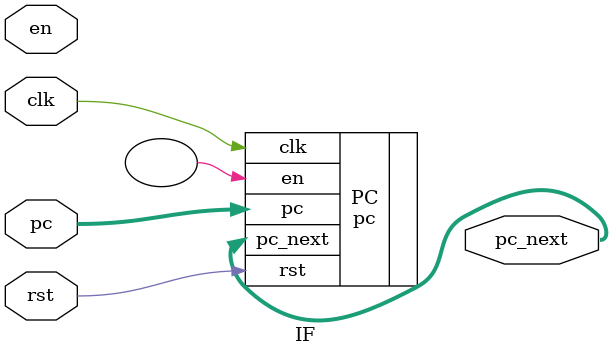
<source format=v>
module IF(input wire clk,
          input wire rst,
          input wire en,
          input wire [31:0] pc,
          output wire [31:0] pc_next);
        
        pc #(32) PC(.clk(clk), .en(), .rst(rst), .pc(pc), .pc_next(pc_next));


endmodule
</source>
